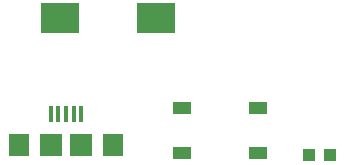
<source format=gbr>
G04 #@! TF.FileFunction,Paste,Bot*
%FSLAX46Y46*%
G04 Gerber Fmt 4.6, Leading zero omitted, Abs format (unit mm)*
G04 Created by KiCad (PCBNEW 4.0.4-stable) date 06/15/19 16:16:51*
%MOMM*%
%LPD*%
G01*
G04 APERTURE LIST*
%ADD10C,0.100000*%
%ADD11R,1.000000X1.000000*%
%ADD12R,3.300000X2.500000*%
%ADD13R,1.600000X1.000000*%
%ADD14R,0.350000X1.400000*%
%ADD15R,1.800000X1.900000*%
%ADD16R,1.900000X1.900000*%
G04 APERTURE END LIST*
D10*
D11*
X153523000Y-68400000D03*
X155277000Y-68400000D03*
D12*
X132450000Y-56800000D03*
X140550000Y-56800000D03*
D13*
X142800000Y-68250000D03*
X142800000Y-64450000D03*
X149200000Y-68250000D03*
X149200000Y-64450000D03*
D14*
X134250000Y-64900000D03*
X131650000Y-64900000D03*
X133600000Y-64900000D03*
X132950000Y-64900000D03*
X132300000Y-64900000D03*
D15*
X136950000Y-67550000D03*
X128950000Y-67550000D03*
D16*
X134220000Y-67550000D03*
X131680000Y-67550000D03*
M02*

</source>
